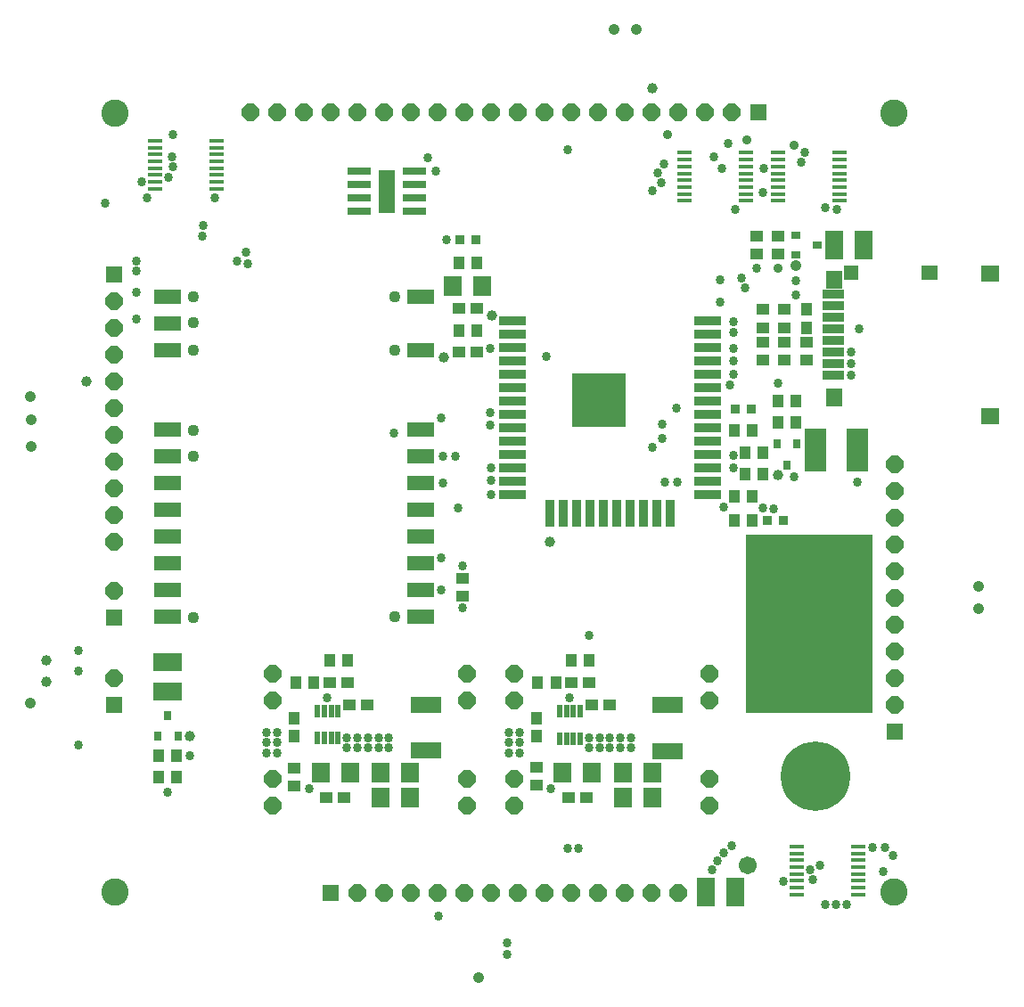
<source format=gbr>
G04 EAGLE Gerber RS-274X export*
G75*
%MOMM*%
%FSLAX34Y34*%
%LPD*%
%INSoldermask Top*%
%IPPOS*%
%AMOC8*
5,1,8,0,0,1.08239X$1,22.5*%
G01*
%ADD10C,6.601600*%
%ADD11R,12.000000X17.000000*%
%ADD12C,2.601600*%
%ADD13R,1.625600X1.625600*%
%ADD14P,1.759533X8X22.500000*%
%ADD15P,1.759533X8X112.500000*%
%ADD16P,1.759533X8X202.500000*%
%ADD17R,1.701600X1.901600*%
%ADD18R,1.201600X1.101600*%
%ADD19R,0.901600X0.901600*%
%ADD20R,1.101600X1.201600*%
%ADD21R,2.601600X0.901600*%
%ADD22R,0.901600X2.601600*%
%ADD23R,5.111600X5.111600*%
%ADD24R,1.361600X0.461600*%
%ADD25R,2.301600X0.701600*%
%ADD26R,1.601600X4.101600*%
%ADD27R,2.101600X0.901600*%
%ADD28R,1.801600X1.601600*%
%ADD29R,1.601600X1.701600*%
%ADD30R,1.401600X1.391600*%
%ADD31R,1.501600X1.391600*%
%ADD32R,1.601600X1.801600*%
%ADD33P,1.759533X8X292.500000*%
%ADD34R,2.641600X1.371600*%
%ADD35R,0.661600X0.831600*%
%ADD36R,2.101600X4.101600*%
%ADD37R,0.831600X0.661600*%
%ADD38R,1.701600X2.801600*%
%ADD39R,2.801600X1.701600*%
%ADD40R,0.501600X1.301600*%
%ADD41R,2.901600X1.501600*%
%ADD42C,1.058000*%
%ADD43C,1.701600*%
%ADD44C,0.858000*%
%ADD45C,1.008000*%
%ADD46C,0.908000*%
%ADD47C,1.108000*%


D10*
X765000Y210000D03*
D11*
X759720Y355380D03*
D12*
X100000Y100000D03*
X840000Y840000D03*
X100000Y840000D03*
X840000Y100000D03*
D13*
X99000Y687000D03*
D14*
X99000Y661600D03*
X99000Y636200D03*
X99000Y610800D03*
X99000Y585400D03*
X99000Y560000D03*
X99000Y534600D03*
X99000Y509200D03*
X99000Y483800D03*
X99000Y458400D03*
X99000Y433000D03*
D13*
X305000Y99000D03*
D15*
X330400Y99000D03*
X355800Y99000D03*
X381200Y99000D03*
X406600Y99000D03*
X432000Y99000D03*
X457400Y99000D03*
X482800Y99000D03*
X508200Y99000D03*
X533600Y99000D03*
X559000Y99000D03*
X584400Y99000D03*
X609800Y99000D03*
X635200Y99000D03*
D13*
X841000Y253000D03*
D16*
X841000Y278400D03*
X841000Y303800D03*
X841000Y329200D03*
X841000Y354600D03*
X841000Y380000D03*
X841000Y405400D03*
X841000Y430800D03*
X841000Y456200D03*
X841000Y481600D03*
X841000Y507000D03*
D17*
X421000Y676000D03*
X449000Y676000D03*
D18*
X426500Y655000D03*
X443500Y655000D03*
X443500Y613000D03*
X426500Y613000D03*
D19*
X704500Y559000D03*
X689500Y559000D03*
D20*
X688500Y539000D03*
X705500Y539000D03*
X443500Y634000D03*
X426500Y634000D03*
X688500Y476000D03*
X705500Y476000D03*
D21*
X477500Y642600D03*
X477500Y629900D03*
X477500Y617200D03*
X477500Y604500D03*
X477500Y591800D03*
X477500Y579100D03*
X477500Y566400D03*
X477500Y553700D03*
X477500Y541000D03*
X477500Y528300D03*
X477500Y515600D03*
X477500Y502900D03*
X477500Y490200D03*
X477500Y477500D03*
D22*
X512850Y460000D03*
X525550Y460000D03*
X538250Y460000D03*
X550950Y460000D03*
X563650Y460000D03*
X576350Y460000D03*
X589050Y460000D03*
X601750Y460000D03*
X614450Y460000D03*
X627150Y460000D03*
D21*
X662500Y477500D03*
X662500Y490200D03*
X662500Y502900D03*
X662500Y515600D03*
X662500Y528300D03*
X662500Y541000D03*
X662500Y553700D03*
X662500Y566400D03*
X662500Y579100D03*
X662500Y591800D03*
X662500Y604500D03*
X662500Y617200D03*
X662500Y629900D03*
X662500Y642600D03*
D23*
X559900Y567600D03*
D24*
X641000Y802500D03*
X641000Y796000D03*
X641000Y789500D03*
X641000Y783000D03*
X641000Y776500D03*
X641000Y770000D03*
X641000Y763500D03*
X641000Y757000D03*
X699000Y757000D03*
X699000Y763500D03*
X699000Y770000D03*
X699000Y776500D03*
X699000Y783000D03*
X699000Y789500D03*
X699000Y796000D03*
X699000Y802500D03*
X805500Y98000D03*
X805500Y104500D03*
X805500Y111000D03*
X805500Y117500D03*
X805500Y124000D03*
X805500Y130500D03*
X805500Y137000D03*
X805500Y143500D03*
X747500Y143500D03*
X747500Y137000D03*
X747500Y130500D03*
X747500Y124000D03*
X747500Y117500D03*
X747500Y111000D03*
X747500Y104500D03*
X747500Y98000D03*
X196000Y768500D03*
X196000Y775000D03*
X196000Y781500D03*
X196000Y788000D03*
X196000Y794500D03*
X196000Y801000D03*
X196000Y807500D03*
X196000Y814000D03*
X138000Y814000D03*
X138000Y807500D03*
X138000Y801000D03*
X138000Y794500D03*
X138000Y788000D03*
X138000Y781500D03*
X138000Y775000D03*
X138000Y768500D03*
D25*
X384000Y759600D03*
X332000Y759600D03*
X384000Y746900D03*
X384000Y772300D03*
X384000Y785000D03*
X332000Y746900D03*
X332000Y772300D03*
X332000Y785000D03*
D26*
X358000Y765950D03*
D18*
X715000Y622500D03*
X715000Y605500D03*
X736000Y622500D03*
X736000Y605500D03*
X757000Y622500D03*
X757000Y605500D03*
X736000Y636500D03*
X736000Y653500D03*
X715000Y636500D03*
X715000Y653500D03*
D27*
X782300Y668000D03*
X782300Y657000D03*
X782300Y646000D03*
X782300Y635000D03*
X782300Y624000D03*
X782300Y613000D03*
X782300Y602000D03*
X782300Y591000D03*
D28*
X931500Y687500D03*
D29*
X783000Y682000D03*
D30*
X799500Y688550D03*
D31*
X873500Y688550D03*
D28*
X931500Y552500D03*
D32*
X783000Y570500D03*
D20*
X715500Y497000D03*
X698500Y497000D03*
X715500Y518000D03*
X698500Y518000D03*
X757000Y653500D03*
X757000Y636500D03*
D13*
X711300Y841000D03*
D33*
X685900Y841000D03*
X660500Y841000D03*
X635100Y841000D03*
X609700Y841000D03*
X584300Y841000D03*
X558900Y841000D03*
X533500Y841000D03*
X508100Y841000D03*
X482700Y841000D03*
X457300Y841000D03*
X431900Y841000D03*
X406500Y841000D03*
X381100Y841000D03*
X355700Y841000D03*
X330300Y841000D03*
X304900Y841000D03*
X279500Y841000D03*
X254100Y841000D03*
X228700Y841000D03*
D34*
X150000Y361500D03*
X150000Y386900D03*
X150000Y412300D03*
X150000Y437700D03*
X150000Y463100D03*
X150000Y488500D03*
X150000Y513900D03*
X150000Y539300D03*
X390000Y361500D03*
X390000Y412300D03*
X390000Y437700D03*
X390000Y463100D03*
X390000Y488500D03*
X390000Y513900D03*
X390000Y539300D03*
X150000Y665800D03*
X150000Y615000D03*
X150000Y640400D03*
X390000Y615000D03*
X390000Y665800D03*
X390000Y386900D03*
D18*
X430000Y398500D03*
X430000Y381500D03*
D35*
X738000Y506000D03*
X728500Y526000D03*
X747500Y526000D03*
D36*
X805000Y520000D03*
X765000Y520000D03*
D20*
X705500Y453000D03*
X688500Y453000D03*
D19*
X719500Y453000D03*
X734500Y453000D03*
D20*
X746500Y546000D03*
X729500Y546000D03*
X746500Y567000D03*
X729500Y567000D03*
D24*
X788000Y757000D03*
X788000Y763500D03*
X788000Y770000D03*
X788000Y776500D03*
X788000Y783000D03*
X788000Y789500D03*
X788000Y796000D03*
X788000Y802500D03*
X730000Y802500D03*
X730000Y796000D03*
X730000Y789500D03*
X730000Y783000D03*
X730000Y776500D03*
X730000Y770000D03*
X730000Y763500D03*
X730000Y757000D03*
D20*
X443500Y698000D03*
X426500Y698000D03*
D19*
X442500Y720000D03*
X427500Y720000D03*
D37*
X767000Y715000D03*
X747000Y705500D03*
X747000Y724500D03*
D18*
X709000Y706500D03*
X709000Y723500D03*
D38*
X689000Y100000D03*
X661000Y100000D03*
X783000Y715000D03*
X811000Y715000D03*
D35*
X150000Y268000D03*
X159500Y248000D03*
X140500Y248000D03*
D20*
X158500Y230000D03*
X141500Y230000D03*
D39*
X150000Y319000D03*
X150000Y291000D03*
D18*
X730000Y706500D03*
X730000Y723500D03*
D20*
X158500Y209000D03*
X141500Y209000D03*
D40*
X522250Y246000D03*
X528750Y246000D03*
X535250Y246000D03*
X541750Y246000D03*
X541750Y272000D03*
X535250Y272000D03*
X528750Y272000D03*
X522250Y272000D03*
D18*
X569500Y278000D03*
X552500Y278000D03*
D20*
X500000Y248500D03*
X500000Y265500D03*
D18*
X500200Y218900D03*
X500200Y201900D03*
D17*
X553000Y214000D03*
X525000Y214000D03*
D18*
X547500Y190000D03*
X530500Y190000D03*
D20*
X518500Y299000D03*
X501500Y299000D03*
X533500Y320000D03*
X550500Y320000D03*
D18*
X550500Y299000D03*
X533500Y299000D03*
D41*
X625000Y234000D03*
X625000Y278000D03*
D17*
X582000Y214000D03*
X610000Y214000D03*
X582000Y190000D03*
X610000Y190000D03*
D40*
X292250Y246400D03*
X298750Y246400D03*
X305250Y246400D03*
X311750Y246400D03*
X311750Y272400D03*
X305250Y272400D03*
X298750Y272400D03*
X292250Y272400D03*
D18*
X339500Y278000D03*
X322500Y278000D03*
D20*
X270000Y248500D03*
X270000Y265500D03*
D18*
X270200Y217900D03*
X270200Y200900D03*
D17*
X323000Y214000D03*
X295000Y214000D03*
D18*
X317500Y190000D03*
X300500Y190000D03*
D20*
X288500Y299000D03*
X271500Y299000D03*
X303500Y320000D03*
X320500Y320000D03*
D18*
X320500Y299000D03*
X303500Y299000D03*
D41*
X395000Y234400D03*
X395000Y278400D03*
D17*
X352000Y214000D03*
X380000Y214000D03*
X352000Y190000D03*
X380000Y190000D03*
D14*
X479500Y182300D03*
X479500Y207700D03*
X479500Y282300D03*
X479500Y307700D03*
X664500Y307700D03*
X664500Y282300D03*
X664500Y207700D03*
X664500Y182300D03*
X249500Y182300D03*
X249500Y207700D03*
X249500Y282300D03*
X249500Y307700D03*
X434500Y307700D03*
X434500Y282300D03*
X434500Y207700D03*
X434500Y182300D03*
D13*
X99000Y361300D03*
D16*
X99000Y386700D03*
D13*
X99000Y278300D03*
D16*
X99000Y303700D03*
D42*
X747000Y695000D03*
D43*
X701000Y126000D03*
D44*
X687000Y642000D03*
D45*
X730000Y496000D03*
X171000Y248000D03*
X513000Y433000D03*
X458000Y648000D03*
X412000Y608000D03*
D42*
X920000Y369218D03*
X919968Y390782D03*
X595082Y919956D03*
X573518Y919956D03*
X19044Y570782D03*
X445000Y19044D03*
D44*
X397351Y797649D03*
X725503Y464497D03*
X805000Y490000D03*
D45*
X610000Y863660D03*
X73000Y585000D03*
D44*
X407000Y77000D03*
X457000Y503000D03*
X405000Y785000D03*
X411000Y514000D03*
X687000Y617000D03*
X716082Y788000D03*
X769360Y125730D03*
X755000Y802718D03*
X676292Y787718D03*
X154000Y799000D03*
X411000Y489000D03*
X687000Y632000D03*
X151000Y779000D03*
X183497Y733503D03*
X224231Y707769D03*
X622000Y490000D03*
X675000Y661000D03*
X747000Y667718D03*
X698516Y674218D03*
X634000Y490000D03*
X674728Y682000D03*
X694864Y683136D03*
X747000Y681000D03*
X456000Y617000D03*
X65000Y330000D03*
X472000Y52000D03*
X687000Y605000D03*
X65000Y310000D03*
X472000Y41000D03*
X687000Y592000D03*
X678000Y466000D03*
X715000Y765000D03*
X730000Y583218D03*
X620000Y545000D03*
X687000Y503000D03*
X687000Y515000D03*
X457000Y478000D03*
X799000Y591000D03*
X610000Y522782D03*
X799000Y602000D03*
X457000Y491000D03*
X807000Y635000D03*
X620000Y531000D03*
X799000Y613000D03*
X509334Y609334D03*
D42*
X20000Y549218D03*
X20000Y523818D03*
X19044Y280000D03*
D46*
X625000Y820000D03*
X700000Y815000D03*
X730000Y693000D03*
D44*
X689000Y749000D03*
X150000Y195000D03*
X65000Y240000D03*
X130000Y760000D03*
X90654Y755000D03*
X430000Y370000D03*
X550000Y343782D03*
X530000Y805718D03*
X415000Y720000D03*
X830000Y120000D03*
X838718Y135000D03*
X831436Y142244D03*
X819154Y142452D03*
X530000Y141886D03*
X215731Y699269D03*
X182735Y723740D03*
X125000Y775000D03*
X120000Y700000D03*
X621540Y791540D03*
X120000Y690000D03*
X615000Y783758D03*
X120000Y670000D03*
X618876Y773877D03*
X120000Y645000D03*
X610000Y766095D03*
X735000Y110000D03*
X685710Y144604D03*
X678428Y137322D03*
X795000Y88044D03*
X672146Y130040D03*
X784702Y88044D03*
X666782Y121676D03*
X774403Y88044D03*
X760000Y121564D03*
X751490Y793682D03*
X669000Y799000D03*
X155000Y789436D03*
X633000Y560000D03*
X423000Y514000D03*
X684000Y582000D03*
X410000Y418000D03*
X456000Y556000D03*
X425564Y465000D03*
X430000Y410000D03*
X540298Y141886D03*
X226295Y697205D03*
X195000Y760000D03*
X410000Y387000D03*
X456000Y544000D03*
X715000Y465000D03*
X745000Y495000D03*
X709000Y693000D03*
X775000Y750000D03*
X474000Y252000D03*
X484000Y252000D03*
X474000Y242000D03*
X484000Y242000D03*
X474000Y232000D03*
X484000Y232000D03*
X550000Y247000D03*
X560000Y247000D03*
X570000Y247000D03*
X580000Y247000D03*
X590000Y247000D03*
X550000Y237000D03*
X560000Y237000D03*
X570000Y237000D03*
X580000Y237000D03*
X590000Y237000D03*
X244000Y252000D03*
X254000Y252000D03*
X244000Y242000D03*
X254000Y242000D03*
X244000Y232000D03*
X254000Y232000D03*
X320000Y247000D03*
X330000Y247000D03*
X340000Y247000D03*
X350000Y247000D03*
X330000Y237000D03*
X340000Y237000D03*
X350000Y237000D03*
X320000Y237000D03*
X360000Y247000D03*
X360000Y237000D03*
D45*
X35000Y300000D03*
X35000Y320000D03*
D44*
X786000Y749000D03*
X409495Y550505D03*
X365018Y536000D03*
X171000Y230000D03*
X531700Y284500D03*
X514100Y198100D03*
X301700Y284500D03*
X284100Y198100D03*
D47*
X174000Y361000D03*
X174000Y514000D03*
X174000Y666000D03*
X174000Y641000D03*
X174000Y615000D03*
X174000Y539000D03*
X366000Y666000D03*
X366000Y615000D03*
X366000Y362000D03*
D46*
X745000Y810000D03*
D44*
X763000Y112000D03*
X681918Y811718D03*
X155000Y820000D03*
M02*

</source>
